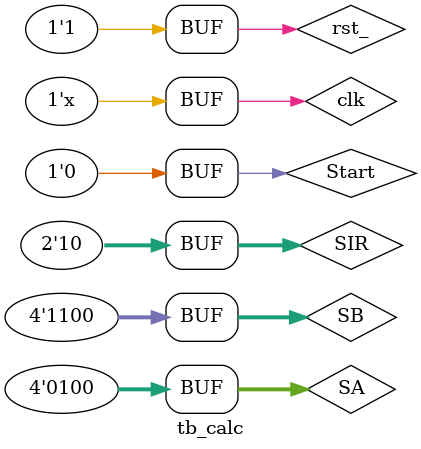
<source format=v>
`timescale 1ns/1ns

module tb_calc;

  reg 	Start, clk, rst_; 
  reg  [1:0]   SIR;
  reg  [3:0]   SA, SB;
  wire [4:0]   resultA;
  wire [3:0]   resultB;

 // Instantiate design example
  calculator Main_module (resultA, resultB, Start, rst_, clk, SIR, SA, SB);

// Describe stimulus waveforms
//initial #500 $finish;	// Stopwatch

initial
begin
rst_ = 0;
Start = 0;
clk = 0;

    SA = 4;  SB = 5;  SIR = 0;
    #10 rst_ = 1; Start = 1;
    #10 Start = 0;
#40
    SIR = 1;
    #10 Start = 1;
    #10 Start = 0;

#40
    SIR = 3;
    #10 Start = 1;
    #10 Start = 0;

#40
     SB = 12; SIR = 2;
    #10 Start = 1;
    #10 Start = 0;

end

  always
     #5  clk = ~clk;

initial
$monitor ("SA = %b SB = %b IR = %b resultA = %b resultB = %b time = %0d", SA, SB, SIR, resultA, resultB, $time); 

endmodule

</source>
